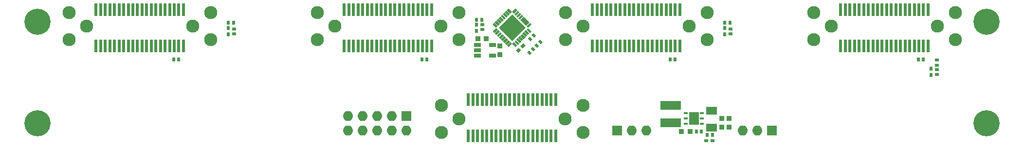
<source format=gts>
G04 #@! TF.FileFunction,Soldermask,Top*
%FSLAX46Y46*%
G04 Gerber Fmt 4.6, Leading zero omitted, Abs format (unit mm)*
G04 Created by KiCad (PCBNEW 4.0.7) date 07/13/18 19:56:19*
%MOMM*%
%LPD*%
G01*
G04 APERTURE LIST*
%ADD10C,0.100000*%
%ADD11R,0.476200X2.176200*%
%ADD12O,2.276200X2.276200*%
%ADD13R,0.576200X0.676200*%
%ADD14R,0.876200X0.826200*%
%ADD15R,0.676200X0.576200*%
%ADD16R,0.826200X0.876200*%
%ADD17R,1.876200X1.376200*%
%ADD18R,1.776200X1.776200*%
%ADD19O,1.776200X1.776200*%
%ADD20R,3.676200X1.576200*%
%ADD21C,4.576200*%
%ADD22R,0.476200X0.676200*%
%ADD23R,0.676200X0.476200*%
%ADD24R,0.676200X0.426200*%
%ADD25R,1.676200X2.176200*%
%ADD26R,1.200000X0.700000*%
G04 APERTURE END LIST*
D10*
G36*
X152649537Y-93743678D02*
X153243506Y-94337647D01*
X152946521Y-94634632D01*
X152352552Y-94040663D01*
X152649537Y-93743678D01*
X152649537Y-93743678D01*
G37*
G36*
X152295983Y-94097231D02*
X152889952Y-94691200D01*
X152592967Y-94988185D01*
X151998998Y-94394216D01*
X152295983Y-94097231D01*
X152295983Y-94097231D01*
G37*
G36*
X151942430Y-94450785D02*
X152536399Y-95044754D01*
X152239414Y-95341739D01*
X151645445Y-94747770D01*
X151942430Y-94450785D01*
X151942430Y-94450785D01*
G37*
G36*
X151588877Y-94804338D02*
X152182846Y-95398307D01*
X151885861Y-95695292D01*
X151291892Y-95101323D01*
X151588877Y-94804338D01*
X151588877Y-94804338D01*
G37*
G36*
X151235323Y-95157892D02*
X151829292Y-95751861D01*
X151532307Y-96048846D01*
X150938338Y-95454877D01*
X151235323Y-95157892D01*
X151235323Y-95157892D01*
G37*
G36*
X150881770Y-95511445D02*
X151475739Y-96105414D01*
X151178754Y-96402399D01*
X150584785Y-95808430D01*
X150881770Y-95511445D01*
X150881770Y-95511445D01*
G37*
G36*
X150528216Y-95864998D02*
X151122185Y-96458967D01*
X150825200Y-96755952D01*
X150231231Y-96161983D01*
X150528216Y-95864998D01*
X150528216Y-95864998D01*
G37*
G36*
X150174663Y-96218552D02*
X150768632Y-96812521D01*
X150471647Y-97109506D01*
X149877678Y-96515537D01*
X150174663Y-96218552D01*
X150174663Y-96218552D01*
G37*
G36*
X146773479Y-92817368D02*
X147367448Y-93411337D01*
X147070463Y-93708322D01*
X146476494Y-93114353D01*
X146773479Y-92817368D01*
X146773479Y-92817368D01*
G37*
G36*
X147127033Y-92463815D02*
X147721002Y-93057784D01*
X147424017Y-93354769D01*
X146830048Y-92760800D01*
X147127033Y-92463815D01*
X147127033Y-92463815D01*
G37*
G36*
X147480586Y-92110261D02*
X148074555Y-92704230D01*
X147777570Y-93001215D01*
X147183601Y-92407246D01*
X147480586Y-92110261D01*
X147480586Y-92110261D01*
G37*
G36*
X147834139Y-91756708D02*
X148428108Y-92350677D01*
X148131123Y-92647662D01*
X147537154Y-92053693D01*
X147834139Y-91756708D01*
X147834139Y-91756708D01*
G37*
G36*
X148187693Y-91403154D02*
X148781662Y-91997123D01*
X148484677Y-92294108D01*
X147890708Y-91700139D01*
X148187693Y-91403154D01*
X148187693Y-91403154D01*
G37*
G36*
X148541246Y-91049601D02*
X149135215Y-91643570D01*
X148838230Y-91940555D01*
X148244261Y-91346586D01*
X148541246Y-91049601D01*
X148541246Y-91049601D01*
G37*
G36*
X148894800Y-90696048D02*
X149488769Y-91290017D01*
X149191784Y-91587002D01*
X148597815Y-90993033D01*
X148894800Y-90696048D01*
X148894800Y-90696048D01*
G37*
G36*
X149842322Y-96515537D02*
X149248353Y-97109506D01*
X148951368Y-96812521D01*
X149545337Y-96218552D01*
X149842322Y-96515537D01*
X149842322Y-96515537D01*
G37*
G36*
X149488769Y-96161983D02*
X148894800Y-96755952D01*
X148597815Y-96458967D01*
X149191784Y-95864998D01*
X149488769Y-96161983D01*
X149488769Y-96161983D01*
G37*
G36*
X149135215Y-95808430D02*
X148541246Y-96402399D01*
X148244261Y-96105414D01*
X148838230Y-95511445D01*
X149135215Y-95808430D01*
X149135215Y-95808430D01*
G37*
G36*
X148781662Y-95454877D02*
X148187693Y-96048846D01*
X147890708Y-95751861D01*
X148484677Y-95157892D01*
X148781662Y-95454877D01*
X148781662Y-95454877D01*
G37*
G36*
X148428108Y-95101323D02*
X147834139Y-95695292D01*
X147537154Y-95398307D01*
X148131123Y-94804338D01*
X148428108Y-95101323D01*
X148428108Y-95101323D01*
G37*
G36*
X148074555Y-94747770D02*
X147480586Y-95341739D01*
X147183601Y-95044754D01*
X147777570Y-94450785D01*
X148074555Y-94747770D01*
X148074555Y-94747770D01*
G37*
G36*
X147721002Y-94394216D02*
X147127033Y-94988185D01*
X146830048Y-94691200D01*
X147424017Y-94097231D01*
X147721002Y-94394216D01*
X147721002Y-94394216D01*
G37*
G36*
X147367448Y-94040663D02*
X146773479Y-94634632D01*
X146476494Y-94337647D01*
X147070463Y-93743678D01*
X147367448Y-94040663D01*
X147367448Y-94040663D01*
G37*
G36*
X150768632Y-90639479D02*
X150174663Y-91233448D01*
X149877678Y-90936463D01*
X150471647Y-90342494D01*
X150768632Y-90639479D01*
X150768632Y-90639479D01*
G37*
G36*
X151122185Y-90993033D02*
X150528216Y-91587002D01*
X150231231Y-91290017D01*
X150825200Y-90696048D01*
X151122185Y-90993033D01*
X151122185Y-90993033D01*
G37*
G36*
X151475739Y-91346586D02*
X150881770Y-91940555D01*
X150584785Y-91643570D01*
X151178754Y-91049601D01*
X151475739Y-91346586D01*
X151475739Y-91346586D01*
G37*
G36*
X151829292Y-91700139D02*
X151235323Y-92294108D01*
X150938338Y-91997123D01*
X151532307Y-91403154D01*
X151829292Y-91700139D01*
X151829292Y-91700139D01*
G37*
G36*
X152182846Y-92053693D02*
X151588877Y-92647662D01*
X151291892Y-92350677D01*
X151885861Y-91756708D01*
X152182846Y-92053693D01*
X152182846Y-92053693D01*
G37*
G36*
X152536399Y-92407246D02*
X151942430Y-93001215D01*
X151645445Y-92704230D01*
X152239414Y-92110261D01*
X152536399Y-92407246D01*
X152536399Y-92407246D01*
G37*
G36*
X152889952Y-92760800D02*
X152295983Y-93354769D01*
X151998998Y-93057784D01*
X152592967Y-92463815D01*
X152889952Y-92760800D01*
X152889952Y-92760800D01*
G37*
G36*
X153243506Y-93114353D02*
X152649537Y-93708322D01*
X152352552Y-93411337D01*
X152946521Y-92817368D01*
X153243506Y-93114353D01*
X153243506Y-93114353D01*
G37*
G36*
X149248353Y-90342494D02*
X149842322Y-90936463D01*
X149545337Y-91233448D01*
X148951368Y-90639479D01*
X149248353Y-90342494D01*
X149248353Y-90342494D01*
G37*
G36*
X152193452Y-93726000D02*
X149860000Y-96059452D01*
X147526548Y-93726000D01*
X149860000Y-91392548D01*
X152193452Y-93726000D01*
X152193452Y-93726000D01*
G37*
D11*
X142260000Y-112628000D03*
D12*
X140660000Y-109728000D03*
X159060000Y-109728000D03*
X162185000Y-107353000D03*
X162185000Y-112103000D03*
X137535000Y-112103000D03*
X137535000Y-107353000D03*
D11*
X157460000Y-106303000D03*
X156660000Y-106328000D03*
X155860000Y-106328000D03*
X155060000Y-106328000D03*
X154260000Y-106328000D03*
X153460000Y-106328000D03*
X152660000Y-106328000D03*
X151860000Y-106328000D03*
X151060000Y-106328000D03*
X150260000Y-106328000D03*
X149460000Y-106328000D03*
X148660000Y-106328000D03*
X147860000Y-106328000D03*
X147060000Y-106328000D03*
X146260000Y-106328000D03*
X145460000Y-106328000D03*
X144660000Y-106328000D03*
X143860000Y-106328000D03*
X143060000Y-106328000D03*
X142260000Y-106328000D03*
X143060000Y-112628000D03*
X143860000Y-112628000D03*
X144660000Y-112628000D03*
X145460000Y-112628000D03*
X146260000Y-112628000D03*
X147060000Y-112628000D03*
X147860000Y-112628000D03*
X148660000Y-112628000D03*
X149460000Y-112628000D03*
X150260000Y-112628000D03*
X151060000Y-112628000D03*
X151860000Y-112628000D03*
X152660000Y-112628000D03*
X153460000Y-112628000D03*
X154260000Y-112628000D03*
X155060000Y-112628000D03*
X155860000Y-112628000D03*
X156660000Y-112628000D03*
X157460000Y-112628000D03*
X179050000Y-90572000D03*
D12*
X180650000Y-93472000D03*
X162250000Y-93472000D03*
X159125000Y-95847000D03*
X159125000Y-91097000D03*
X183775000Y-91097000D03*
X183775000Y-95847000D03*
D11*
X163850000Y-96897000D03*
X164650000Y-96872000D03*
X165450000Y-96872000D03*
X166250000Y-96872000D03*
X167050000Y-96872000D03*
X167850000Y-96872000D03*
X168650000Y-96872000D03*
X169450000Y-96872000D03*
X170250000Y-96872000D03*
X171050000Y-96872000D03*
X171850000Y-96872000D03*
X172650000Y-96872000D03*
X173450000Y-96872000D03*
X174250000Y-96872000D03*
X175050000Y-96872000D03*
X175850000Y-96872000D03*
X176650000Y-96872000D03*
X177450000Y-96872000D03*
X178250000Y-96872000D03*
X179050000Y-96872000D03*
X178250000Y-90572000D03*
X177450000Y-90572000D03*
X176650000Y-90572000D03*
X175850000Y-90572000D03*
X175050000Y-90572000D03*
X174250000Y-90572000D03*
X173450000Y-90572000D03*
X172650000Y-90572000D03*
X171850000Y-90572000D03*
X171050000Y-90572000D03*
X170250000Y-90572000D03*
X169450000Y-90572000D03*
X168650000Y-90572000D03*
X167850000Y-90572000D03*
X167050000Y-90572000D03*
X166250000Y-90572000D03*
X165450000Y-90572000D03*
X164650000Y-90572000D03*
X163850000Y-90572000D03*
X222230000Y-90572000D03*
D12*
X223830000Y-93472000D03*
X205430000Y-93472000D03*
X202305000Y-95847000D03*
X202305000Y-91097000D03*
X226955000Y-91097000D03*
X226955000Y-95847000D03*
D11*
X207030000Y-96897000D03*
X207830000Y-96872000D03*
X208630000Y-96872000D03*
X209430000Y-96872000D03*
X210230000Y-96872000D03*
X211030000Y-96872000D03*
X211830000Y-96872000D03*
X212630000Y-96872000D03*
X213430000Y-96872000D03*
X214230000Y-96872000D03*
X215030000Y-96872000D03*
X215830000Y-96872000D03*
X216630000Y-96872000D03*
X217430000Y-96872000D03*
X218230000Y-96872000D03*
X219030000Y-96872000D03*
X219830000Y-96872000D03*
X220630000Y-96872000D03*
X221430000Y-96872000D03*
X222230000Y-96872000D03*
X221430000Y-90572000D03*
X220630000Y-90572000D03*
X219830000Y-90572000D03*
X219030000Y-90572000D03*
X218230000Y-90572000D03*
X217430000Y-90572000D03*
X216630000Y-90572000D03*
X215830000Y-90572000D03*
X215030000Y-90572000D03*
X214230000Y-90572000D03*
X213430000Y-90572000D03*
X212630000Y-90572000D03*
X211830000Y-90572000D03*
X211030000Y-90572000D03*
X210230000Y-90572000D03*
X209430000Y-90572000D03*
X208630000Y-90572000D03*
X207830000Y-90572000D03*
X207030000Y-90572000D03*
D10*
G36*
X151808264Y-96450301D02*
X152215699Y-96857736D01*
X151737554Y-97335881D01*
X151330119Y-96928446D01*
X151808264Y-96450301D01*
X151808264Y-96450301D01*
G37*
G36*
X151030446Y-97228119D02*
X151437881Y-97635554D01*
X150959736Y-98113699D01*
X150552301Y-97706264D01*
X151030446Y-97228119D01*
X151030446Y-97228119D01*
G37*
D13*
X100457000Y-93811000D03*
X100457000Y-94911000D03*
D14*
X180836000Y-111887000D03*
X179336000Y-111887000D03*
D15*
X184700000Y-113538000D03*
X183600000Y-113538000D03*
D16*
X187579000Y-109613000D03*
X187579000Y-111113000D03*
X186309000Y-109613000D03*
X186309000Y-111113000D03*
D13*
X143637000Y-93176000D03*
X143637000Y-94276000D03*
X186817000Y-93811000D03*
X186817000Y-94911000D03*
X222758000Y-100923000D03*
X222758000Y-102023000D03*
D17*
X184531000Y-111228000D03*
X184531000Y-108228000D03*
D18*
X131445000Y-109220000D03*
D19*
X131445000Y-111760000D03*
X128905000Y-109220000D03*
X128905000Y-111760000D03*
X126365000Y-109220000D03*
X126365000Y-111760000D03*
X123825000Y-109220000D03*
X123825000Y-111760000D03*
X121285000Y-109220000D03*
X121285000Y-111760000D03*
D11*
X135870000Y-90572000D03*
D12*
X137470000Y-93472000D03*
X119070000Y-93472000D03*
X115945000Y-95847000D03*
X115945000Y-91097000D03*
X140595000Y-91097000D03*
X140595000Y-95847000D03*
D11*
X120670000Y-96897000D03*
X121470000Y-96872000D03*
X122270000Y-96872000D03*
X123070000Y-96872000D03*
X123870000Y-96872000D03*
X124670000Y-96872000D03*
X125470000Y-96872000D03*
X126270000Y-96872000D03*
X127070000Y-96872000D03*
X127870000Y-96872000D03*
X128670000Y-96872000D03*
X129470000Y-96872000D03*
X130270000Y-96872000D03*
X131070000Y-96872000D03*
X131870000Y-96872000D03*
X132670000Y-96872000D03*
X133470000Y-96872000D03*
X134270000Y-96872000D03*
X135070000Y-96872000D03*
X135870000Y-96872000D03*
X135070000Y-90572000D03*
X134270000Y-90572000D03*
X133470000Y-90572000D03*
X132670000Y-90572000D03*
X131870000Y-90572000D03*
X131070000Y-90572000D03*
X130270000Y-90572000D03*
X129470000Y-90572000D03*
X128670000Y-90572000D03*
X127870000Y-90572000D03*
X127070000Y-90572000D03*
X126270000Y-90572000D03*
X125470000Y-90572000D03*
X124670000Y-90572000D03*
X123870000Y-90572000D03*
X123070000Y-90572000D03*
X122270000Y-90572000D03*
X121470000Y-90572000D03*
X120670000Y-90572000D03*
X92690000Y-90572000D03*
D12*
X94290000Y-93472000D03*
X75890000Y-93472000D03*
X72765000Y-95847000D03*
X72765000Y-91097000D03*
X97415000Y-91097000D03*
X97415000Y-95847000D03*
D11*
X77490000Y-96897000D03*
X78290000Y-96872000D03*
X79090000Y-96872000D03*
X79890000Y-96872000D03*
X80690000Y-96872000D03*
X81490000Y-96872000D03*
X82290000Y-96872000D03*
X83090000Y-96872000D03*
X83890000Y-96872000D03*
X84690000Y-96872000D03*
X85490000Y-96872000D03*
X86290000Y-96872000D03*
X87090000Y-96872000D03*
X87890000Y-96872000D03*
X88690000Y-96872000D03*
X89490000Y-96872000D03*
X90290000Y-96872000D03*
X91090000Y-96872000D03*
X91890000Y-96872000D03*
X92690000Y-96872000D03*
X91890000Y-90572000D03*
X91090000Y-90572000D03*
X90290000Y-90572000D03*
X89490000Y-90572000D03*
X88690000Y-90572000D03*
X87890000Y-90572000D03*
X87090000Y-90572000D03*
X86290000Y-90572000D03*
X85490000Y-90572000D03*
X84690000Y-90572000D03*
X83890000Y-90572000D03*
X83090000Y-90572000D03*
X82290000Y-90572000D03*
X81490000Y-90572000D03*
X80690000Y-90572000D03*
X79890000Y-90572000D03*
X79090000Y-90572000D03*
X78290000Y-90572000D03*
X77490000Y-90572000D03*
D20*
X177419000Y-107314000D03*
X177419000Y-110364000D03*
D21*
X67310000Y-110490000D03*
X232410000Y-110490000D03*
X67310000Y-92710000D03*
X232410000Y-92710000D03*
D10*
G36*
X152914513Y-98515633D02*
X152436367Y-98037487D01*
X152773091Y-97700763D01*
X153251237Y-98178909D01*
X152914513Y-98515633D01*
X152914513Y-98515633D01*
G37*
G36*
X153550909Y-97879237D02*
X153072763Y-97401091D01*
X153409487Y-97064367D01*
X153887633Y-97542513D01*
X153550909Y-97879237D01*
X153550909Y-97879237D01*
G37*
G36*
X154679487Y-95794367D02*
X155157633Y-96272513D01*
X154820909Y-96609237D01*
X154342763Y-96131091D01*
X154679487Y-95794367D01*
X154679487Y-95794367D01*
G37*
G36*
X154043091Y-96430763D02*
X154521237Y-96908909D01*
X154184513Y-97245633D01*
X153706367Y-96767487D01*
X154043091Y-96430763D01*
X154043091Y-96430763D01*
G37*
G36*
X153536487Y-94651367D02*
X154014633Y-95129513D01*
X153677909Y-95466237D01*
X153199763Y-94988091D01*
X153536487Y-94651367D01*
X153536487Y-94651367D01*
G37*
G36*
X152900091Y-95287763D02*
X153378237Y-95765909D01*
X153041513Y-96102633D01*
X152563367Y-95624487D01*
X152900091Y-95287763D01*
X152900091Y-95287763D01*
G37*
D22*
X184727000Y-112522000D03*
X183827000Y-112522000D03*
X182822000Y-111887000D03*
X181922000Y-111887000D03*
X100515000Y-92837000D03*
X101415000Y-92837000D03*
X143695000Y-92329000D03*
X144595000Y-92329000D03*
X90990000Y-99314000D03*
X91890000Y-99314000D03*
D23*
X101473000Y-93911000D03*
X101473000Y-94811000D03*
D22*
X134170000Y-99314000D03*
X135070000Y-99314000D03*
D23*
X144653000Y-93149000D03*
X144653000Y-94049000D03*
D22*
X186875000Y-92837000D03*
X187775000Y-92837000D03*
D23*
X223774000Y-99372000D03*
X223774000Y-100272000D03*
D22*
X177350000Y-99314000D03*
X178250000Y-99314000D03*
D23*
X187833000Y-93911000D03*
X187833000Y-94811000D03*
D22*
X220530000Y-99314000D03*
X221430000Y-99314000D03*
D23*
X223774000Y-101023000D03*
X223774000Y-101923000D03*
D24*
X180083000Y-108651000D03*
X180083000Y-109601000D03*
X180083000Y-110551000D03*
X182883000Y-110551000D03*
X182883000Y-109601000D03*
X182883000Y-108651000D03*
D25*
X181483000Y-109601000D03*
D14*
X145403000Y-95631000D03*
X143903000Y-95631000D03*
D16*
X147701000Y-98413000D03*
X147701000Y-96913000D03*
D18*
X195072000Y-111760000D03*
D19*
X192532000Y-111760000D03*
X189992000Y-111760000D03*
D18*
X168148000Y-111760000D03*
D19*
X170688000Y-111760000D03*
X173228000Y-111760000D03*
D26*
X146461000Y-96713000D03*
X146461000Y-98613000D03*
X143861000Y-98613000D03*
X143861000Y-97663000D03*
X143861000Y-96713000D03*
M02*

</source>
